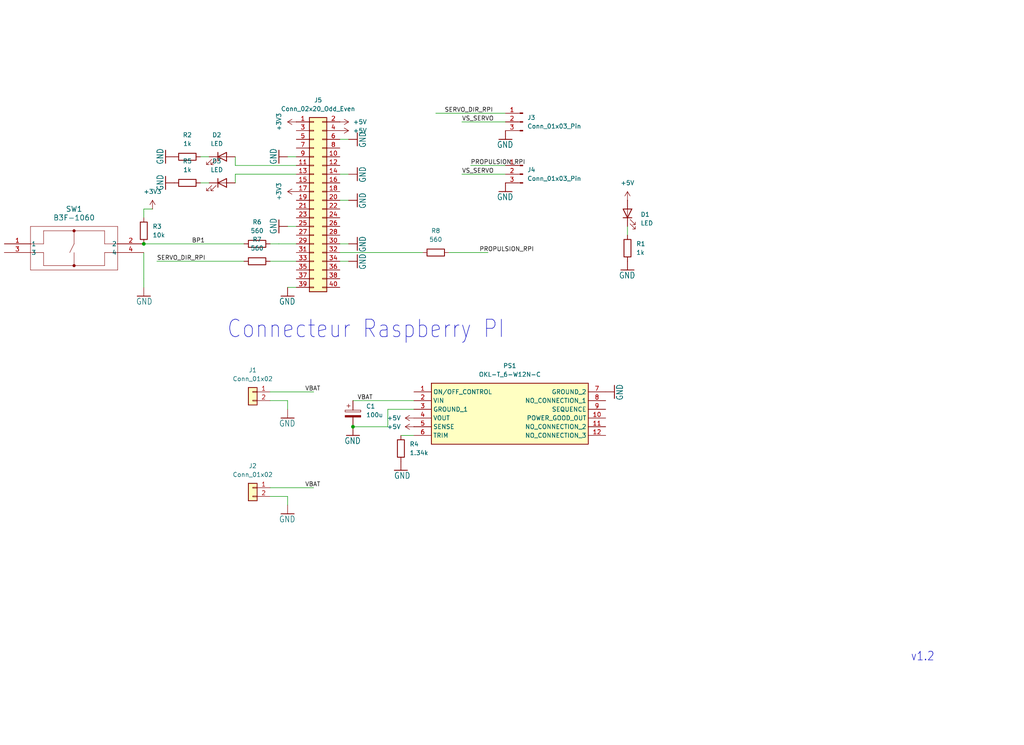
<source format=kicad_sch>
(kicad_sch (version 20250114) (generator "eeschema") (generator_version "9.0")
  (paper "User" 298.45 217.322)
  (lib_symbols
    (symbol "2025-09-24_08-48-13:B3F-1060" (pin_names (offset 0.254))
      (property "Reference" "SW" (at 20.32 10.16 0))
      (property "Value" "B3F-1060" (at 20.32 7.62 0))
      (symbol "B3F-1060_0_1"
        (polyline (pts (xy 7.62 5.08) (xy 7.62 -7.62)) (stroke (width 0.127)))
        (polyline (pts (xy 7.62 0) (xy 11.43 0)) (stroke (width 0.127)))
        (polyline (pts (xy 7.62 -2.54) (xy 11.43 -2.54)) (stroke (width 0.127)))
        (polyline (pts (xy 7.62 -7.62) (xy 33.02 -7.62)) (stroke (width 0.127)))
        (polyline (pts (xy 11.43 0) (xy 11.43 3.81)) (stroke (width 0.127)))
        (polyline (pts (xy 11.43 -2.54) (xy 11.43 -6.35)) (stroke (width 0.127)))
        (polyline (pts (xy 11.43 -6.35) (xy 29.21 -6.35)) (stroke (width 0.127)))
        (polyline (pts (xy 20.32 3.81) (xy 20.32 0)) (stroke (width 0.127)))
        (circle (center 20.32 3.81) (radius 0.254) (stroke (width 0.381)))
        (polyline (pts (xy 20.32 0) (xy 19.05 -2.54)) (stroke (width 0.127)))
        (polyline (pts (xy 20.32 -2.54) (xy 20.32 -6.35)) (stroke (width 0.127)))
        (circle (center 20.32 -6.35) (radius 0.254) (stroke (width 0.381)))
        (polyline (pts (xy 29.21 3.81) (xy 11.43 3.81)) (stroke (width 0.127)))
        (polyline (pts (xy 29.21 0) (xy 29.21 3.81)) (stroke (width 0.127)))
        (polyline (pts (xy 29.21 -2.54) (xy 33.02 -2.54)) (stroke (width 0.127)))
        (polyline (pts (xy 29.21 -6.35) (xy 29.21 -2.54)) (stroke (width 0.127)))
        (polyline (pts (xy 33.02 5.08) (xy 7.62 5.08)) (stroke (width 0.127)))
        (polyline (pts (xy 33.02 0) (xy 29.21 0)) (stroke (width 0.127)))
        (polyline (pts (xy 33.02 -7.62) (xy 33.02 5.08)) (stroke (width 0.127)))
        (pin unspecified line (at 0 0 0) (length 7.62) (name "1") (number "1"))
        (pin unspecified line (at 0 -2.54 0) (length 7.62) (name "3") (number "3"))
        (pin unspecified line (at 40.64 0 180) (length 7.62) (name "2") (number "2"))
        (pin unspecified line (at 40.64 -2.54 180) (length 7.62) (name "4") (number "4"))
      )
    )
    (symbol "CoVAPSy_RPIonly-eagle-import:GND" (power)
      (symbol "GND_1_0"
        (polyline (pts (xy -1.905 0) (xy 1.905 0)) (stroke (width 0.254)))
        (pin power_in line (at 0 2.54 270) (length 2.54) (name "GND") (number "1"))
      )
    )
    (symbol "Connector:Conn_01x03_Pin" (pin_names (offset 1.016) (hide yes))
      (property "Reference" "J" (at 0 5.08 0))
      (property "Value" "Conn_01x03_Pin" (at 0 -5.08 0))
      (symbol "Conn_01x03_Pin_1_1"
        (rectangle (start 0.8636 2.667) (end 0 2.413) (stroke (width 0.1524)) (fill (type outline)))
        (rectangle (start 0.8636 0.127) (end 0 -0.127) (stroke (width 0.1524)) (fill (type outline)))
        (rectangle (start 0.8636 -2.413) (end 0 -2.667) (stroke (width 0.1524)) (fill (type outline)))
        (polyline (pts (xy 1.27 2.54) (xy 0.8636 2.54)) (stroke (width 0.1524)))
        (polyline (pts (xy 1.27 0) (xy 0.8636 0)) (stroke (width 0.1524)))
        (polyline (pts (xy 1.27 -2.54) (xy 0.8636 -2.54)) (stroke (width 0.1524)))
        (pin passive line (at 5.08 2.54 180) (length 3.81) (name "Pin_1") (number "1"))
        (pin passive line (at 5.08 0 180) (length 3.81) (name "Pin_2") (number "2"))
        (pin passive line (at 5.08 -2.54 180) (length 3.81) (name "Pin_3") (number "3"))
      )
    )
    (symbol "Connector_Generic:Conn_01x02" (pin_names (offset 1.016) (hide yes))
      (property "Reference" "J" (at 0 2.54 0))
      (property "Value" "Conn_01x02" (at 0 -5.08 0))
      (symbol "Conn_01x02_1_1"
        (rectangle (start -1.27 1.27) (end 1.27 -3.81) (stroke (width 0.254)) (fill (type background)))
        (rectangle (start -1.27 0.127) (end 0 -0.127) (stroke (width 0.1524)))
        (rectangle (start -1.27 -2.413) (end 0 -2.667) (stroke (width 0.1524)))
        (pin passive line (at -5.08 0 0) (length 3.81) (name "Pin_1") (number "1"))
        (pin passive line (at -5.08 -2.54 0) (length 3.81) (name "Pin_2") (number "2"))
      )
    )
    (symbol "Connector_Generic:Conn_02x20_Odd_Even" (pin_names (offset 1.016) (hide yes))
      (property "Reference" "J" (at 1.27 25.4 0))
      (property "Value" "Conn_02x20_Odd_Even" (at 1.27 -27.94 0))
      (symbol "Conn_02x20_Odd_Even_1_1"
        (rectangle (start -1.27 24.13) (end 3.81 -26.67) (stroke (width 0.254)) (fill (type background)))
        (rectangle (start -1.27 22.987) (end 0 22.733) (stroke (width 0.1524)))
        (rectangle (start -1.27 20.447) (end 0 20.193) (stroke (width 0.1524)))
        (rectangle (start -1.27 17.907) (end 0 17.653) (stroke (width 0.1524)))
        (rectangle (start -1.27 15.367) (end 0 15.113) (stroke (width 0.1524)))
        (rectangle (start -1.27 12.827) (end 0 12.573) (stroke (width 0.1524)))
        (rectangle (start -1.27 10.287) (end 0 10.033) (stroke (width 0.1524)))
        (rectangle (start -1.27 7.747) (end 0 7.493) (stroke (width 0.1524)))
        (rectangle (start -1.27 5.207) (end 0 4.953) (stroke (width 0.1524)))
        (rectangle (start -1.27 2.667) (end 0 2.413) (stroke (width 0.1524)))
        (rectangle (start -1.27 0.127) (end 0 -0.127) (stroke (width 0.1524)))
        (rectangle (start -1.27 -2.413) (end 0 -2.667) (stroke (width 0.1524)))
        (rectangle (start -1.27 -4.953) (end 0 -5.207) (stroke (width 0.1524)))
        (rectangle (start -1.27 -7.493) (end 0 -7.747) (stroke (width 0.1524)))
        (rectangle (start -1.27 -10.033) (end 0 -10.287) (stroke (width 0.1524)))
        (rectangle (start -1.27 -12.573) (end 0 -12.827) (stroke (width 0.1524)))
        (rectangle (start -1.27 -15.113) (end 0 -15.367) (stroke (width 0.1524)))
        (rectangle (start -1.27 -17.653) (end 0 -17.907) (stroke (width 0.1524)))
        (rectangle (start -1.27 -20.193) (end 0 -20.447) (stroke (width 0.1524)))
        (rectangle (start -1.27 -22.733) (end 0 -22.987) (stroke (width 0.1524)))
        (rectangle (start -1.27 -25.273) (end 0 -25.527) (stroke (width 0.1524)))
        (rectangle (start 3.81 22.987) (end 2.54 22.733) (stroke (width 0.1524)))
        (rectangle (start 3.81 20.447) (end 2.54 20.193) (stroke (width 0.1524)))
        (rectangle (start 3.81 17.907) (end 2.54 17.653) (stroke (width 0.1524)))
        (rectangle (start 3.81 15.367) (end 2.54 15.113) (stroke (width 0.1524)))
        (rectangle (start 3.81 12.827) (end 2.54 12.573) (stroke (width 0.1524)))
        (rectangle (start 3.81 10.287) (end 2.54 10.033) (stroke (width 0.1524)))
        (rectangle (start 3.81 7.747) (end 2.54 7.493) (stroke (width 0.1524)))
        (rectangle (start 3.81 5.207) (end 2.54 4.953) (stroke (width 0.1524)))
        (rectangle (start 3.81 2.667) (end 2.54 2.413) (stroke (width 0.1524)))
        (rectangle (start 3.81 0.127) (end 2.54 -0.127) (stroke (width 0.1524)))
        (rectangle (start 3.81 -2.413) (end 2.54 -2.667) (stroke (width 0.1524)))
        (rectangle (start 3.81 -4.953) (end 2.54 -5.207) (stroke (width 0.1524)))
        (rectangle (start 3.81 -7.493) (end 2.54 -7.747) (stroke (width 0.1524)))
        (rectangle (start 3.81 -10.033) (end 2.54 -10.287) (stroke (width 0.1524)))
        (rectangle (start 3.81 -12.573) (end 2.54 -12.827) (stroke (width 0.1524)))
        (rectangle (start 3.81 -15.113) (end 2.54 -15.367) (stroke (width 0.1524)))
        (rectangle (start 3.81 -17.653) (end 2.54 -17.907) (stroke (width 0.1524)))
        (rectangle (start 3.81 -20.193) (end 2.54 -20.447) (stroke (width 0.1524)))
        (rectangle (start 3.81 -22.733) (end 2.54 -22.987) (stroke (width 0.1524)))
        (rectangle (start 3.81 -25.273) (end 2.54 -25.527) (stroke (width 0.1524)))
        (pin passive line (at -5.08 22.86 0) (length 3.81) (name "Pin_1") (number "1"))
        (pin passive line (at -5.08 20.32 0) (length 3.81) (name "Pin_3") (number "3"))
        (pin passive line (at -5.08 17.78 0) (length 3.81) (name "Pin_5") (number "5"))
        (pin passive line (at -5.08 15.24 0) (length 3.81) (name "Pin_7") (number "7"))
        (pin passive line (at -5.08 12.7 0) (length 3.81) (name "Pin_9") (number "9"))
        (pin passive line (at -5.08 10.16 0) (length 3.81) (name "Pin_11") (number "11"))
        (pin passive line (at -5.08 7.62 0) (length 3.81) (name "Pin_13") (number "13"))
        (pin passive line (at -5.08 5.08 0) (length 3.81) (name "Pin_15") (number "15"))
        (pin passive line (at -5.08 2.54 0) (length 3.81) (name "Pin_17") (number "17"))
        (pin passive line (at -5.08 0 0) (length 3.81) (name "Pin_19") (number "19"))
        (pin passive line (at -5.08 -2.54 0) (length 3.81) (name "Pin_21") (number "21"))
        (pin passive line (at -5.08 -5.08 0) (length 3.81) (name "Pin_23") (number "23"))
        (pin passive line (at -5.08 -7.62 0) (length 3.81) (name "Pin_25") (number "25"))
        (pin passive line (at -5.08 -10.16 0) (length 3.81) (name "Pin_27") (number "27"))
        (pin passive line (at -5.08 -12.7 0) (length 3.81) (name "Pin_29") (number "29"))
        (pin passive line (at -5.08 -15.24 0) (length 3.81) (name "Pin_31") (number "31"))
        (pin passive line (at -5.08 -17.78 0) (length 3.81) (name "Pin_33") (number "33"))
        (pin passive line (at -5.08 -20.32 0) (length 3.81) (name "Pin_35") (number "35"))
        (pin passive line (at -5.08 -22.86 0) (length 3.81) (name "Pin_37") (number "37"))
        (pin passive line (at -5.08 -25.4 0) (length 3.81) (name "Pin_39") (number "39"))
        (pin passive line (at 7.62 22.86 180) (length 3.81) (name "Pin_2") (number "2"))
        (pin passive line (at 7.62 20.32 180) (length 3.81) (name "Pin_4") (number "4"))
        (pin passive line (at 7.62 17.78 180) (length 3.81) (name "Pin_6") (number "6"))
        (pin passive line (at 7.62 15.24 180) (length 3.81) (name "Pin_8") (number "8"))
        (pin passive line (at 7.62 12.7 180) (length 3.81) (name "Pin_10") (number "10"))
        (pin passive line (at 7.62 10.16 180) (length 3.81) (name "Pin_12") (number "12"))
        (pin passive line (at 7.62 7.62 180) (length 3.81) (name "Pin_14") (number "14"))
        (pin passive line (at 7.62 5.08 180) (length 3.81) (name "Pin_16") (number "16"))
        (pin passive line (at 7.62 2.54 180) (length 3.81) (name "Pin_18") (number "18"))
        (pin passive line (at 7.62 0 180) (length 3.81) (name "Pin_20") (number "20"))
        (pin passive line (at 7.62 -2.54 180) (length 3.81) (name "Pin_22") (number "22"))
        (pin passive line (at 7.62 -5.08 180) (length 3.81) (name "Pin_24") (number "24"))
        (pin passive line (at 7.62 -7.62 180) (length 3.81) (name "Pin_26") (number "26"))
        (pin passive line (at 7.62 -10.16 180) (length 3.81) (name "Pin_28") (number "28"))
        (pin passive line (at 7.62 -12.7 180) (length 3.81) (name "Pin_30") (number "30"))
        (pin passive line (at 7.62 -15.24 180) (length 3.81) (name "Pin_32") (number "32"))
        (pin passive line (at 7.62 -17.78 180) (length 3.81) (name "Pin_34") (number "34"))
        (pin passive line (at 7.62 -20.32 180) (length 3.81) (name "Pin_36") (number "36"))
        (pin passive line (at 7.62 -22.86 180) (length 3.81) (name "Pin_38") (number "38"))
        (pin passive line (at 7.62 -25.4 180) (length 3.81) (name "Pin_40") (number "40"))
      )
    )
    (symbol "Device:C_Polarized" (pin_numbers (hide yes)) (pin_names (offset 0.254))
      (property "Reference" "C" (at 0.635 2.54 0))
      (property "Value" "C_Polarized" (at 0.635 -2.54 0))
      (symbol "C_Polarized_0_1"
        (rectangle (start -2.286 0.508) (end 2.286 1.016))
        (polyline (pts (xy -1.778 2.286) (xy -0.762 2.286)))
        (polyline (pts (xy -1.27 2.794) (xy -1.27 1.778)))
        (rectangle (start 2.286 -0.508) (end -2.286 -1.016) (fill (type outline)))
      )
      (symbol "C_Polarized_1_1"
        (pin passive line (at 0 3.81 270) (length 2.794) (name "~") (number "1"))
        (pin passive line (at 0 -3.81 90) (length 2.794) (name "~") (number "2"))
      )
    )
    (symbol "Device:LED" (pin_numbers (hide yes)) (pin_names (offset 1.016) (hide yes))
      (property "Reference" "D" (at 0 2.54 0))
      (property "Value" "LED" (at 0 -2.54 0))
      (symbol "LED_0_1"
        (polyline (pts (xy -3.048 -0.762) (xy -4.572 -2.286) (xy -3.81 -2.286) (xy -4.572 -2.286) (xy -4.572 -1.524)))
        (polyline (pts (xy -1.778 -0.762) (xy -3.302 -2.286) (xy -2.54 -2.286) (xy -3.302 -2.286) (xy -3.302 -1.524)))
        (polyline (pts (xy -1.27 0) (xy 1.27 0)))
        (polyline (pts (xy -1.27 -1.27) (xy -1.27 1.27)) (stroke (width 0.254)))
        (polyline (pts (xy 1.27 -1.27) (xy 1.27 1.27) (xy -1.27 0) (xy 1.27 -1.27)) (stroke (width 0.254)))
      )
      (symbol "LED_1_1"
        (pin passive line (at -3.81 0 0) (length 2.54) (name "K") (number "1"))
        (pin passive line (at 3.81 0 180) (length 2.54) (name "A") (number "2"))
      )
    )
    (symbol "Device:R" (pin_numbers (hide yes)) (pin_names (offset 0))
      (property "Reference" "R" (at 2.032 0 90))
      (property "Value" "R" (at 0 0 90))
      (symbol "R_0_1"
        (rectangle (start -1.016 -2.54) (end 1.016 2.54) (stroke (width 0.254)))
      )
      (symbol "R_1_1"
        (pin passive line (at 0 3.81 270) (length 1.27) (name "~") (number "1"))
        (pin passive line (at 0 -3.81 90) (length 1.27) (name "~") (number "2"))
      )
    )
    (symbol "OKL-T_6-W12N-C:OKL-T_6-W12N-C"
      (property "Reference" "PS" (at 52.07 7.62 0))
      (property "Value" "OKL-T_6-W12N-C" (at 52.07 5.08 0))
      (symbol "OKL-T_6-W12N-C_1_1"
        (rectangle (start 5.08 2.54) (end 50.8 -15.24) (stroke (width 0.254)) (fill (type background)))
        (pin passive line (at 0 0 0) (length 5.08) (name "ON/OFF_CONTROL") (number "1"))
        (pin passive line (at 0 -2.54 0) (length 5.08) (name "VIN") (number "2"))
        (pin passive line (at 0 -5.08 0) (length 5.08) (name "GROUND_1") (number "3"))
        (pin passive line (at 0 -7.62 0) (length 5.08) (name "VOUT") (number "4"))
        (pin passive line (at 0 -10.16 0) (length 5.08) (name "SENSE") (number "5"))
        (pin passive line (at 0 -12.7 0) (length 5.08) (name "TRIM") (number "6"))
        (pin passive line (at 55.88 0 180) (length 5.08) (name "GROUND_2") (number "7"))
        (pin passive line (at 55.88 -2.54 180) (length 5.08) (name "NO_CONNECTION_1") (number "8"))
        (pin passive line (at 55.88 -5.08 180) (length 5.08) (name "SEQUENCE") (number "9"))
        (pin passive line (at 55.88 -7.62 180) (length 5.08) (name "POWER_GOOD_OUT") (number "10"))
        (pin passive line (at 55.88 -10.16 180) (length 5.08) (name "NO_CONNECTION_2") (number "11"))
        (pin passive line (at 55.88 -12.7 180) (length 5.08) (name "NO_CONNECTION_3") (number "12"))
      )
    )
    (symbol "power:+3V3" (power) (pin_numbers (hide yes)) (pin_names (offset 0) (hide yes))
      (property "Value" "+3V3" (at 0 3.556 0))
      (symbol "+3V3_0_1"
        (polyline (pts (xy -0.762 1.27) (xy 0 2.54)))
        (polyline (pts (xy 0 2.54) (xy 0.762 1.27)))
        (polyline (pts (xy 0 0) (xy 0 2.54)))
      )
      (symbol "+3V3_1_1"
        (pin power_in line (at 0 0 90) (length 0) (name "~") (number "1"))
      )
    )
    (symbol "power:+5V" (power) (pin_numbers (hide yes)) (pin_names (offset 0) (hide yes))
      (property "Value" "+5V" (at 0 3.556 0))
      (symbol "+5V_0_1"
        (polyline (pts (xy -0.762 1.27) (xy 0 2.54)))
        (polyline (pts (xy 0 2.54) (xy 0.762 1.27)))
        (polyline (pts (xy 0 0) (xy 0 2.54)))
      )
      (symbol "+5V_1_1"
        (pin power_in line (at 0 0 90) (length 0) (name "~") (number "1"))
      )
    )
  )
  (text "v1.2" (at 265.43 193.04 0) (effects (font (size 2.54 2.159)) (justify left bottom)))
  (text "Connecteur Raspberry PI" (at 66.04 99.06 0) (effects (font (size 5.08 4.318)) (justify left bottom)))
  (junction (at 102.87 124.46))
  (junction (at 41.91 71.12))
  (wire (pts (xy 78.74 114.3) (xy 91.44 114.3)) (stroke (width 0.1524)))
  (wire (pts (xy 78.74 116.84) (xy 83.82 116.84)) (stroke (width 0.1524)))
  (wire (pts (xy 78.74 144.78) (xy 83.82 144.78)) (stroke (width 0.1524)))
  (wire (pts (xy 58.42 45.72) (xy 60.96 45.72)))
  (wire (pts (xy 113.03 119.38) (xy 113.03 124.46)))
  (wire (pts (xy 86.36 50.8) (xy 68.58 50.8)) (stroke (width 0.1524)))
  (wire (pts (xy 130.81 73.66) (xy 139.7 73.66)))
  (wire (pts (xy 41.91 63.5) (xy 41.91 60.96)))
  (wire (pts (xy 102.87 116.84) (xy 120.65 116.84)))
  (wire (pts (xy 86.36 83.82) (xy 83.82 83.82)) (stroke (width 0.1524)))
  (wire (pts (xy 139.7 73.66) (xy 142.24 73.66)) (stroke (width 0.1524)))
  (wire (pts (xy 41.91 73.66) (xy 41.91 81.28)))
  (wire (pts (xy 86.36 45.72) (xy 83.82 45.72)) (stroke (width 0.1524)))
  (wire (pts (xy 99.06 73.66) (xy 123.19 73.66)))
  (wire (pts (xy 99.06 76.2) (xy 101.6 76.2)) (stroke (width 0.1524)))
  (wire (pts (xy 68.58 48.26) (xy 68.58 45.72)) (stroke (width 0.1524)))
  (wire (pts (xy 41.91 71.12) (xy 71.12 71.12)) (stroke (width 0.1524)))
  (wire (pts (xy 147.32 50.8) (xy 134.62 50.8)) (stroke (width 0.1524)))
  (wire (pts (xy 147.32 48.26) (xy 137.16 48.26)) (stroke (width 0.1524)))
  (wire (pts (xy 99.06 40.64) (xy 101.6 40.64)) (stroke (width 0.1524)))
  (wire (pts (xy 116.84 127) (xy 120.65 127)))
  (wire (pts (xy 78.74 71.12) (xy 81.28 71.12)))
  (wire (pts (xy 78.74 76.2) (xy 86.36 76.2)))
  (wire (pts (xy 83.82 116.84) (xy 83.82 119.38)) (stroke (width 0.1524)))
  (wire (pts (xy 71.12 76.2) (xy 45.72 76.2)) (stroke (width 0.1524)))
  (wire (pts (xy 78.74 142.24) (xy 91.44 142.24)) (stroke (width 0.1524)))
  (wire (pts (xy 147.32 35.56) (xy 134.62 35.56)) (stroke (width 0.1524)))
  (wire (pts (xy 147.32 33.02) (xy 127 33.02)) (stroke (width 0.1524)))
  (wire (pts (xy 120.65 119.38) (xy 113.03 119.38)))
  (wire (pts (xy 182.88 68.58) (xy 182.88 66.04)))
  (wire (pts (xy 41.91 60.96) (xy 44.45 60.96)))
  (wire (pts (xy 68.58 50.8) (xy 68.58 53.34)) (stroke (width 0.1524)))
  (wire (pts (xy 113.03 124.46) (xy 102.87 124.46)))
  (wire (pts (xy 83.82 144.78) (xy 83.82 147.32)) (stroke (width 0.1524)))
  (wire (pts (xy 58.42 53.34) (xy 60.96 53.34)))
  (wire (pts (xy 99.06 58.42) (xy 101.6 58.42)) (stroke (width 0.1524)))
  (wire (pts (xy 86.36 48.26) (xy 68.58 48.26)) (stroke (width 0.1524)))
  (wire (pts (xy 86.36 66.04) (xy 83.82 66.04)) (stroke (width 0.1524)))
  (wire (pts (xy 81.28 71.12) (xy 86.36 71.12)) (stroke (width 0.1524)))
  (wire (pts (xy 99.06 50.8) (xy 101.6 50.8)) (stroke (width 0.1524)))
  (wire (pts (xy 41.91 83.82) (xy 41.91 81.28)) (stroke (width 0.1524)))
  (wire (pts (xy 99.06 71.12) (xy 101.6 71.12)) (stroke (width 0.1524)))
  (label "SERVO_DIR_RPI" (at 45.72 76.2 0) (effects (font (size 1.2446 1.2446))))
  (label "VBAT" (at 88.9 142.24 0) (effects (font (size 1.2446 1.2446))))
  (label "VS_SERVO" (at 134.62 35.56 0) (effects (font (size 1.2446 1.2446))))
  (label "SERVO_DIR_RPI" (at 129.54 33.02 0) (effects (font (size 1.2446 1.2446))))
  (label "VBAT" (at 88.9 114.3 0) (effects (font (size 1.2446 1.2446))))
  (label "VS_SERVO" (at 134.62 50.8 0) (effects (font (size 1.2446 1.2446))))
  (label "PROPULSION_RPI" (at 137.16 48.26 0) (effects (font (size 1.2446 1.2446))))
  (label "PROPULSION_RPI" (at 139.7 73.66 0) (effects (font (size 1.2446 1.2446))))
  (label "BP1" (at 55.88 71.12 0) (effects (font (size 1.2446 1.2446))))
  (label "VBAT" (at 104.14 116.84 0) (effects (font (size 1.2446 1.2446))))
  (symbol (lib_id "Device:R") (at 116.84 130.81 0) (unit 1)
    (property "Reference" "R4" (at 119.38 129.5399 0) (effects (justify left)))
    (property "Value" "1.34k" (at 119.38 132.0799 0) (effects (justify left)))
    (property "Footprint" "Resistor_SMD:R_1206_3216Metric_Pad1.30x1.75mm_HandSolder" (effects (hide yes)))
    (property "Description" "Resistor" (effects (hide yes)))
  )
  (symbol (lib_id "Device:LED") (at 64.77 45.72 0) (unit 1)
    (property "Reference" "D2" (at 63.1825 39.37 0))
    (property "Value" "LED" (at 63.1825 41.91 0))
    (property "Footprint" "LED_SMD:LED_1206_3216Metric_Pad1.42x1.75mm_HandSolder" (effects (hide yes)))
    (property "Description" "Light emitting diode" (effects (hide yes)))
    (property "Sim.Pins" "1=K 2=A" (effects (hide yes)))
  )
  (symbol (lib_id "CoVAPSy_RPIonly-eagle-import:GND") (at 83.82 149.86 0) (unit 1)
    (property "Reference" "#GND01" (effects (hide yes)))
    (property "Value" "GND" (at 81.28 152.4 0) (effects (font (size 1.778 1.5113)) (justify left bottom)))
  )
  (symbol (lib_id "CoVAPSy_RPIonly-eagle-import:GND") (at 104.14 76.2 90) (unit 1)
    (property "Reference" "#GND9" (effects (hide yes)))
    (property "Value" "GND" (at 106.68 78.74 0) (effects (font (size 1.778 1.5113)) (justify left bottom)))
  )
  (symbol (lib_id "Connector_Generic:Conn_01x02") (at 73.66 114.3 0) (mirror y) (unit 1)
    (property "Reference" "J1" (at 73.66 107.95 0))
    (property "Value" "Conn_01x02" (at 73.66 110.49 0))
    (property "Footprint" "Connector_Phoenix_MSTB:PhoenixContact_MSTBVA_2,5_2-G_1x02_P5.00mm_Vertical" (effects (hide yes)))
    (property "Description" "Generic connector, single row, 01x02, script generated (kicad-library-utils/schlib/autogen/connector/)" (effects (hide yes)))
  )
  (symbol (lib_id "power:+5V") (at 120.65 121.92 90) (unit 1)
    (property "Reference" "#PWR02" (effects (hide yes)))
    (property "Value" "+5V" (at 116.84 121.9199 90) (effects (justify left)))
    (property "Description" "Power symbol creates a global label with name \"+5V\"" (effects (hide yes)))
  )
  (symbol (lib_id "CoVAPSy_RPIonly-eagle-import:GND") (at 48.26 45.72 270) (unit 1)
    (property "Reference" "#GND30" (effects (hide yes)))
    (property "Value" "GND" (at 45.72 43.18 0) (effects (font (size 1.778 1.5113)) (justify left bottom)))
  )
  (symbol (lib_id "OKL-T_6-W12N-C:OKL-T_6-W12N-C") (at 120.65 114.3 0) (unit 1)
    (property "Reference" "PS1" (at 148.59 106.68 0))
    (property "Value" "OKL-T_6-W12N-C" (at 148.59 109.22 0))
    (property "Footprint" "LibAJ:OKLT6W12NC" (effects (hide yes)))
    (property "Datasheet" "https://www.murata.com/products/productdata/8807038255134/okl-t6-w12.pdf?1583754815000" (effects (hide yes)))
    (property "Description" "Non-Isolated PoL Module DC DC Converter 1 Output 0.591 ~ 5.5V 6A 4.5V - 14V Input" (effects (hide yes)))
    (property "Height" "7.2" (effects (hide yes)))
    (property "Mouser Part Number" "580-OKL-T/6-W12N-C" (effects (hide yes)))
    (property "Mouser Price/Stock" "https://www.mouser.co.uk/ProductDetail/Murata-Power-Solutions/OKL-T-6-W12N-C?qs=b1CvEdhOXIYZVD7gV2R3gw%3D%3D" (effects (hide yes)))
    (property "Manufacturer_Name" "Murata Electronics" (effects (hide yes)))
    (property "Manufacturer_Part_Number" "OKL-T/6-W12N-C" (effects (hide yes)))
  )
  (symbol (lib_id "power:+3V3") (at 86.36 35.56 90) (mirror x) (unit 1)
    (property "Reference" "#PWR06" (effects (hide yes)))
    (property "Value" "+3V3" (at 81.28 35.56 0))
    (property "Description" "Power symbol creates a global label with name \"+3V3\"" (effects (hide yes)))
  )
  (symbol (lib_id "Device:LED") (at 64.77 53.34 0) (unit 1)
    (property "Reference" "D3" (at 63.1825 46.99 0))
    (property "Value" "LED" (at 63.1825 49.53 0))
    (property "Footprint" "LED_SMD:LED_1206_3216Metric_Pad1.42x1.75mm_HandSolder" (effects (hide yes)))
    (property "Description" "Light emitting diode" (effects (hide yes)))
    (property "Sim.Pins" "1=K 2=A" (effects (hide yes)))
  )
  (symbol (lib_id "power:+5V") (at 99.06 38.1 270) (unit 1)
    (property "Reference" "#PWR04" (effects (hide yes)))
    (property "Value" "+5V" (at 102.87 38.0999 90) (effects (justify left)))
    (property "Description" "Power symbol creates a global label with name \"+5V\"" (effects (hide yes)))
  )
  (symbol (lib_id "Device:R") (at 41.91 67.31 180) (unit 1)
    (property "Reference" "R3" (at 44.45 66.0399 0) (effects (justify right)))
    (property "Value" "10k" (at 44.45 68.5799 0) (effects (justify right)))
    (property "Footprint" "Resistor_SMD:R_1206_3216Metric_Pad1.30x1.75mm_HandSolder" (effects (hide yes)))
    (property "Description" "Resistor" (effects (hide yes)))
  )
  (symbol (lib_id "CoVAPSy_RPIonly-eagle-import:GND") (at 81.28 66.04 270) (unit 1)
    (property "Reference" "#GND8" (effects (hide yes)))
    (property "Value" "GND" (at 78.74 63.5 0) (effects (font (size 1.778 1.5113)) (justify left bottom)))
  )
  (symbol (lib_id "CoVAPSy_RPIonly-eagle-import:GND") (at 116.84 137.16 0) (unit 1)
    (property "Reference" "#GND011" (effects (hide yes)))
    (property "Value" "GND" (at 114.808 139.7 0) (effects (font (size 1.778 1.5113)) (justify left bottom)))
  )
  (symbol (lib_id "Device:R") (at 182.88 72.39 0) (unit 1)
    (property "Reference" "R1" (at 185.42 71.1199 0) (effects (justify left)))
    (property "Value" "1k" (at 185.42 73.6599 0) (effects (justify left)))
    (property "Footprint" "Resistor_SMD:R_1206_3216Metric_Pad1.30x1.75mm_HandSolder" (effects (hide yes)))
    (property "Description" "Resistor" (effects (hide yes)))
  )
  (symbol (lib_id "CoVAPSy_RPIonly-eagle-import:GND") (at 182.88 78.74 0) (unit 1)
    (property "Reference" "#GND016" (effects (hide yes)))
    (property "Value" "GND" (at 180.34 81.28 0) (effects (font (size 1.778 1.5113)) (justify left bottom)))
  )
  (symbol (lib_id "power:+5V") (at 120.65 124.46 90) (unit 1)
    (property "Reference" "#PWR01" (effects (hide yes)))
    (property "Value" "+5V" (at 116.84 124.4599 90) (effects (justify left)))
    (property "Description" "Power symbol creates a global label with name \"+5V\"" (effects (hide yes)))
  )
  (symbol (lib_id "CoVAPSy_RPIonly-eagle-import:GND") (at 104.14 50.8 90) (unit 1)
    (property "Reference" "#GND13" (effects (hide yes)))
    (property "Value" "GND" (at 106.68 53.34 0) (effects (font (size 1.778 1.5113)) (justify left bottom)))
  )
  (symbol (lib_id "Connector_Generic:Conn_02x20_Odd_Even") (at 91.44 58.42 0) (unit 1)
    (property "Reference" "J5" (at 92.71 29.21 0))
    (property "Value" "Conn_02x20_Odd_Even" (at 92.71 31.75 0))
    (property "Footprint" "Connector_IDC:IDC-Header_2x20_P2.54mm_Vertical" (effects (hide yes)))
    (property "Description" "Generic connector, double row, 02x20, odd/even pin numbering scheme (row 1 odd numbers, row 2 even numbers), script generated (kicad-library-utils/schlib/autogen/connector/)" (effects (hide yes)))
  )
  (symbol (lib_id "Connector:Conn_01x03_Pin") (at 152.4 50.8 0) (mirror y) (unit 1)
    (property "Reference" "J4" (at 153.67 49.5299 0) (effects (justify right)))
    (property "Value" "Conn_01x03_Pin" (at 153.67 52.0699 0) (effects (justify right)))
    (property "Footprint" "Connector_Molex:Molex_KK-254_AE-6410-03A_1x03_P2.54mm_Vertical" (effects (hide yes)))
    (property "Description" "Generic connector, single row, 01x03, script generated" (effects (hide yes)))
  )
  (symbol (lib_id "CoVAPSy_RPIonly-eagle-import:GND") (at 104.14 58.42 90) (unit 1)
    (property "Reference" "#GND10" (effects (hide yes)))
    (property "Value" "GND" (at 106.68 60.96 0) (effects (font (size 1.778 1.5113)) (justify left bottom)))
  )
  (symbol (lib_id "CoVAPSy_RPIonly-eagle-import:GND") (at 83.82 121.92 0) (unit 1)
    (property "Reference" "#GND2" (effects (hide yes)))
    (property "Value" "GND" (at 81.28 124.46 0) (effects (font (size 1.778 1.5113)) (justify left bottom)))
  )
  (symbol (lib_id "CoVAPSy_RPIonly-eagle-import:GND") (at 83.82 86.36 0) (unit 1)
    (property "Reference" "#GND3" (effects (hide yes)))
    (property "Value" "GND" (at 81.28 88.9 0) (effects (font (size 1.778 1.5113)) (justify left bottom)))
  )
  (symbol (lib_id "Device:R") (at 74.93 71.12 90) (unit 1)
    (property "Reference" "R6" (at 74.93 64.77 90))
    (property "Value" "560" (at 74.93 67.31 90))
    (property "Footprint" "Resistor_SMD:R_1206_3216Metric_Pad1.30x1.75mm_HandSolder" (effects (hide yes)))
    (property "Description" "Resistor" (effects (hide yes)))
  )
  (symbol (lib_id "CoVAPSy_RPIonly-eagle-import:GND") (at 41.91 86.36 0) (unit 1)
    (property "Reference" "#GND4" (effects (hide yes)))
    (property "Value" "GND" (at 39.624 88.9 0) (effects (font (size 1.778 1.5113)) (justify left bottom)))
  )
  (symbol (lib_id "Device:R") (at 54.61 53.34 90) (unit 1)
    (property "Reference" "R5" (at 54.61 46.99 90))
    (property "Value" "1k" (at 54.61 49.53 90))
    (property "Footprint" "Resistor_SMD:R_1206_3216Metric_Pad1.30x1.75mm_HandSolder" (effects (hide yes)))
    (property "Description" "Resistor" (effects (hide yes)))
  )
  (symbol (lib_id "power:+3V3") (at 44.45 60.96 0) (mirror y) (unit 1)
    (property "Reference" "#PWR07" (effects (hide yes)))
    (property "Value" "+3V3" (at 44.45 55.88 0))
    (property "Description" "Power symbol creates a global label with name \"+3V3\"" (effects (hide yes)))
  )
  (symbol (lib_id "2025-09-24_08-48-13:B3F-1060") (at 1.27 71.12 0) (unit 1)
    (property "Reference" "SW1" (at 21.59 60.96 0) (effects (font (size 1.524 1.524))))
    (property "Value" "B3F-1060" (at 21.59 63.5 0) (effects (font (size 1.524 1.524))))
    (property "Footprint" "SW_B3F-1060_OMR" (effects (hide yes)))
    (property "Datasheet" "B3F-1060" (effects (hide yes)))
  )
  (symbol (lib_id "CoVAPSy_RPIonly-eagle-import:GND") (at 147.32 55.88 0) (unit 1)
    (property "Reference" "#GND5" (effects (hide yes)))
    (property "Value" "GND" (at 144.78 58.42 0) (effects (font (size 1.778 1.5113)) (justify left bottom)))
  )
  (symbol (lib_id "CoVAPSy_RPIonly-eagle-import:GND") (at 147.32 40.64 0) (unit 1)
    (property "Reference" "#GND6" (effects (hide yes)))
    (property "Value" "GND" (at 144.78 43.18 0) (effects (font (size 1.778 1.5113)) (justify left bottom)))
  )
  (symbol (lib_id "Device:R") (at 54.61 45.72 90) (unit 1)
    (property "Reference" "R2" (at 54.61 39.37 90))
    (property "Value" "1k" (at 54.61 41.91 90))
    (property "Footprint" "Resistor_SMD:R_1206_3216Metric_Pad1.30x1.75mm_HandSolder" (effects (hide yes)))
    (property "Description" "Resistor" (effects (hide yes)))
  )
  (symbol (lib_id "Connector:Conn_01x03_Pin") (at 152.4 35.56 0) (mirror y) (unit 1)
    (property "Reference" "J3" (at 153.67 34.2899 0) (effects (justify right)))
    (property "Value" "Conn_01x03_Pin" (at 153.67 36.8299 0) (effects (justify right)))
    (property "Footprint" "Connector_Molex:Molex_KK-254_AE-6410-03A_1x03_P2.54mm_Vertical" (effects (hide yes)))
    (property "Description" "Generic connector, single row, 01x03, script generated" (effects (hide yes)))
  )
  (symbol (lib_id "Device:R") (at 127 73.66 90) (unit 1)
    (property "Reference" "R8" (at 127 67.31 90))
    (property "Value" "560" (at 127 69.85 90))
    (property "Footprint" "Resistor_SMD:R_1206_3216Metric_Pad1.30x1.75mm_HandSolder" (effects (hide yes)))
    (property "Description" "Resistor" (effects (hide yes)))
  )
  (symbol (lib_id "Device:LED") (at 182.88 62.23 90) (unit 1)
    (property "Reference" "D1" (at 186.69 62.5474 90) (effects (justify right)))
    (property "Value" "LED" (at 186.69 65.0874 90) (effects (justify right)))
    (property "Footprint" "LED_SMD:LED_1206_3216Metric_Pad1.42x1.75mm_HandSolder" (effects (hide yes)))
    (property "Description" "Light emitting diode" (effects (hide yes)))
    (property "Sim.Pins" "1=K 2=A" (effects (hide yes)))
  )
  (symbol (lib_id "power:+3V3") (at 86.36 55.88 90) (mirror x) (unit 1)
    (property "Reference" "#PWR08" (effects (hide yes)))
    (property "Value" "+3V3" (at 81.28 55.88 0))
    (property "Description" "Power symbol creates a global label with name \"+3V3\"" (effects (hide yes)))
  )
  (symbol (lib_id "CoVAPSy_RPIonly-eagle-import:GND") (at 48.26 53.34 270) (unit 1)
    (property "Reference" "#GND33" (effects (hide yes)))
    (property "Value" "GND" (at 45.72 50.8 0) (effects (font (size 1.778 1.5113)) (justify left bottom)))
  )
  (symbol (lib_id "power:+5V") (at 99.06 35.56 270) (unit 1)
    (property "Reference" "#PWR03" (effects (hide yes)))
    (property "Value" "+5V" (at 102.87 35.5599 90) (effects (justify left)))
    (property "Description" "Power symbol creates a global label with name \"+5V\"" (effects (hide yes)))
  )
  (symbol (lib_id "CoVAPSy_RPIonly-eagle-import:GND") (at 81.28 45.72 270) (unit 1)
    (property "Reference" "#GND7" (effects (hide yes)))
    (property "Value" "GND" (at 78.74 43.18 0) (effects (font (size 1.778 1.5113)) (justify left bottom)))
  )
  (symbol (lib_id "CoVAPSy_RPIonly-eagle-import:GND") (at 104.14 71.12 90) (unit 1)
    (property "Reference" "#GND35" (effects (hide yes)))
    (property "Value" "GND" (at 106.68 73.66 0) (effects (font (size 1.778 1.5113)) (justify left bottom)))
  )
  (symbol (lib_id "CoVAPSy_RPIonly-eagle-import:GND") (at 179.07 114.3 90) (unit 1)
    (property "Reference" "#GND015" (effects (hide yes)))
    (property "Value" "GND" (at 181.61 116.84 0) (effects (font (size 1.778 1.5113)) (justify left bottom)))
  )
  (symbol (lib_id "Device:C_Polarized") (at 102.87 120.65 0) (unit 1)
    (property "Reference" "C1" (at 106.68 118.4909 0) (effects (justify left)))
    (property "Value" "100u" (at 106.68 121.0309 0) (effects (justify left)))
    (property "Footprint" "Capacitor_Tantalum_SMD:CP_EIA-3528-12_Kemet-T_HandSolder" (effects (hide yes)))
    (property "Description" "Polarized capacitor" (effects (hide yes)))
  )
  (symbol (lib_id "Connector_Generic:Conn_01x02") (at 73.66 142.24 0) (mirror y) (unit 1)
    (property "Reference" "J2" (at 73.66 135.89 0))
    (property "Value" "Conn_01x02" (at 73.66 138.43 0))
    (property "Footprint" "Connector_Phoenix_MSTB:PhoenixContact_MSTBVA_2,5_2-G_1x02_P5.00mm_Vertical" (effects (hide yes)))
    (property "Description" "Generic connector, single row, 01x02, script generated (kicad-library-utils/schlib/autogen/connector/)" (effects (hide yes)))
  )
  (symbol (lib_id "power:+5V") (at 182.88 58.42 0) (unit 1)
    (property "Reference" "#PWR05" (effects (hide yes)))
    (property "Value" "+5V" (at 182.88 53.34 0))
    (property "Description" "Power symbol creates a global label with name \"+5V\"" (effects (hide yes)))
  )
  (symbol (lib_id "Device:R") (at 74.93 76.2 90) (unit 1)
    (property "Reference" "R7" (at 74.93 69.85 90))
    (property "Value" "560" (at 74.93 72.39 90))
    (property "Footprint" "Resistor_SMD:R_1206_3216Metric_Pad1.30x1.75mm_HandSolder" (effects (hide yes)))
    (property "Description" "Resistor" (effects (hide yes)))
  )
  (symbol (lib_id "CoVAPSy_RPIonly-eagle-import:GND") (at 102.87 127 0) (unit 1)
    (property "Reference" "#GND014" (effects (hide yes)))
    (property "Value" "GND" (at 100.33 129.54 0) (effects (font (size 1.778 1.5113)) (justify left bottom)))
  )
  (symbol (lib_id "CoVAPSy_RPIonly-eagle-import:GND") (at 104.14 40.64 90) (unit 1)
    (property "Reference" "#GND12" (effects (hide yes)))
    (property "Value" "GND" (at 106.68 43.18 0) (effects (font (size 1.778 1.5113)) (justify left bottom)))
  )
)
</source>
